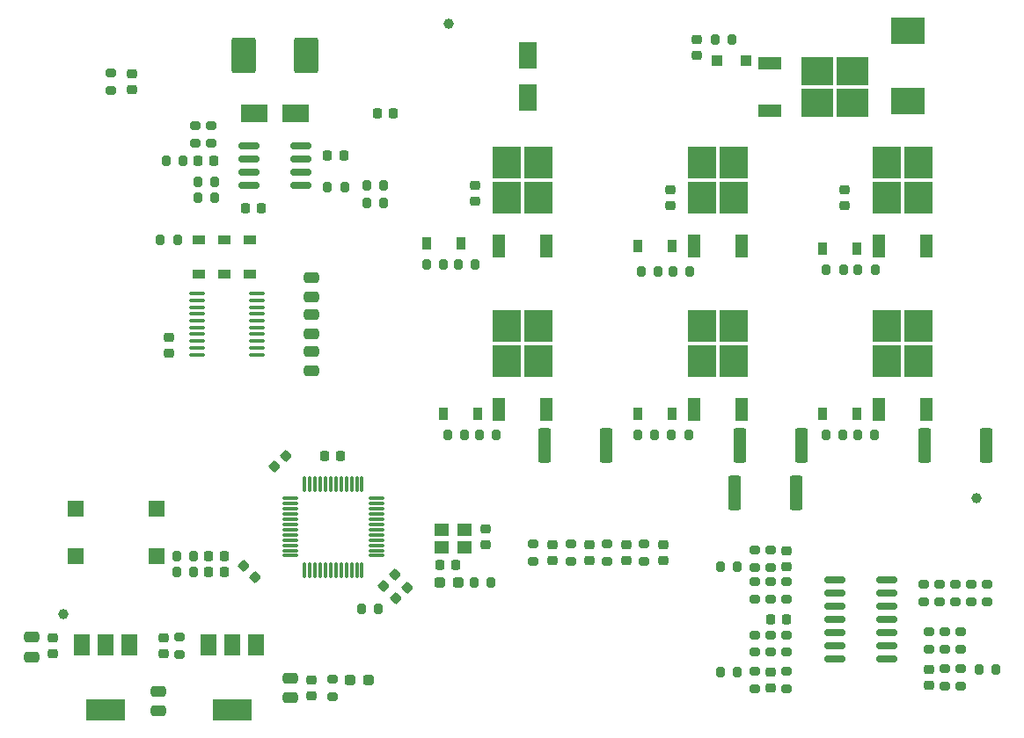
<source format=gbr>
%TF.GenerationSoftware,KiCad,Pcbnew,(6.0.4)*%
%TF.CreationDate,2023-07-08T23:20:56+08:00*%
%TF.ProjectId,STM32G431CBT6,53544d33-3247-4343-9331-434254362e6b,rev?*%
%TF.SameCoordinates,Original*%
%TF.FileFunction,Paste,Top*%
%TF.FilePolarity,Positive*%
%FSLAX46Y46*%
G04 Gerber Fmt 4.6, Leading zero omitted, Abs format (unit mm)*
G04 Created by KiCad (PCBNEW (6.0.4)) date 2023-07-08 23:20:56*
%MOMM*%
%LPD*%
G01*
G04 APERTURE LIST*
G04 Aperture macros list*
%AMRoundRect*
0 Rectangle with rounded corners*
0 $1 Rounding radius*
0 $2 $3 $4 $5 $6 $7 $8 $9 X,Y pos of 4 corners*
0 Add a 4 corners polygon primitive as box body*
4,1,4,$2,$3,$4,$5,$6,$7,$8,$9,$2,$3,0*
0 Add four circle primitives for the rounded corners*
1,1,$1+$1,$2,$3*
1,1,$1+$1,$4,$5*
1,1,$1+$1,$6,$7*
1,1,$1+$1,$8,$9*
0 Add four rect primitives between the rounded corners*
20,1,$1+$1,$2,$3,$4,$5,0*
20,1,$1+$1,$4,$5,$6,$7,0*
20,1,$1+$1,$6,$7,$8,$9,0*
20,1,$1+$1,$8,$9,$2,$3,0*%
G04 Aperture macros list end*
%ADD10C,1.000000*%
%ADD11RoundRect,0.225000X-0.250000X0.225000X-0.250000X-0.225000X0.250000X-0.225000X0.250000X0.225000X0*%
%ADD12RoundRect,0.200000X-0.275000X0.200000X-0.275000X-0.200000X0.275000X-0.200000X0.275000X0.200000X0*%
%ADD13R,0.900000X1.200000*%
%ADD14RoundRect,0.225000X0.250000X-0.225000X0.250000X0.225000X-0.250000X0.225000X-0.250000X-0.225000X0*%
%ADD15RoundRect,0.200000X0.200000X0.275000X-0.200000X0.275000X-0.200000X-0.275000X0.200000X-0.275000X0*%
%ADD16RoundRect,0.225000X-0.017678X0.335876X-0.335876X0.017678X0.017678X-0.335876X0.335876X-0.017678X0*%
%ADD17RoundRect,0.200000X-0.200000X-0.275000X0.200000X-0.275000X0.200000X0.275000X-0.200000X0.275000X0*%
%ADD18RoundRect,0.237500X-0.287500X-0.237500X0.287500X-0.237500X0.287500X0.237500X-0.287500X0.237500X0*%
%ADD19RoundRect,0.250000X-0.362500X-1.425000X0.362500X-1.425000X0.362500X1.425000X-0.362500X1.425000X0*%
%ADD20RoundRect,0.250000X-0.475000X0.250000X-0.475000X-0.250000X0.475000X-0.250000X0.475000X0.250000X0*%
%ADD21RoundRect,0.225000X0.225000X0.250000X-0.225000X0.250000X-0.225000X-0.250000X0.225000X-0.250000X0*%
%ADD22RoundRect,0.200000X0.275000X-0.200000X0.275000X0.200000X-0.275000X0.200000X-0.275000X-0.200000X0*%
%ADD23R,1.500000X1.500000*%
%ADD24RoundRect,0.150000X0.825000X0.150000X-0.825000X0.150000X-0.825000X-0.150000X0.825000X-0.150000X0*%
%ADD25RoundRect,0.225000X-0.225000X-0.250000X0.225000X-0.250000X0.225000X0.250000X-0.225000X0.250000X0*%
%ADD26R,2.750000X3.050000*%
%ADD27R,1.200000X2.200000*%
%ADD28RoundRect,0.100000X-0.637500X-0.100000X0.637500X-0.100000X0.637500X0.100000X-0.637500X0.100000X0*%
%ADD29RoundRect,0.237500X0.287500X0.237500X-0.287500X0.237500X-0.287500X-0.237500X0.287500X-0.237500X0*%
%ADD30R,1.200000X0.900000*%
%ADD31RoundRect,0.235000X0.940000X1.465000X-0.940000X1.465000X-0.940000X-1.465000X0.940000X-1.465000X0*%
%ADD32R,2.500000X1.800000*%
%ADD33RoundRect,0.075000X0.662500X0.075000X-0.662500X0.075000X-0.662500X-0.075000X0.662500X-0.075000X0*%
%ADD34RoundRect,0.075000X0.075000X0.662500X-0.075000X0.662500X-0.075000X-0.662500X0.075000X-0.662500X0*%
%ADD35R,3.050000X2.750000*%
%ADD36R,2.200000X1.200000*%
%ADD37RoundRect,0.150000X-0.825000X-0.150000X0.825000X-0.150000X0.825000X0.150000X-0.825000X0.150000X0*%
%ADD38RoundRect,0.250000X0.475000X-0.250000X0.475000X0.250000X-0.475000X0.250000X-0.475000X-0.250000X0*%
%ADD39R,1.500000X2.000000*%
%ADD40R,3.800000X2.000000*%
%ADD41RoundRect,0.225000X0.335876X0.017678X0.017678X0.335876X-0.335876X-0.017678X-0.017678X-0.335876X0*%
%ADD42R,1.800000X2.500000*%
%ADD43R,3.300000X2.500000*%
%ADD44R,1.100000X1.100000*%
%ADD45R,1.400000X1.200000*%
G04 APERTURE END LIST*
D10*
%TO.C,REF\u002A\u002A*%
X112776000Y-61976000D03*
%TD*%
%TO.C,REF\u002A\u002A*%
X163576000Y-107696000D03*
%TD*%
%TO.C,REF\u002A\u002A*%
X75692000Y-118872000D03*
%TD*%
D11*
%TO.C,C25*%
X134112000Y-77965000D03*
X134112000Y-79515000D03*
%TD*%
D12*
%TO.C,R40*%
X160528000Y-124143000D03*
X160528000Y-125793000D03*
%TD*%
D13*
%TO.C,D6*%
X110618000Y-83186000D03*
X113918000Y-83186000D03*
%TD*%
D14*
%TO.C,C10*%
X145288000Y-114300000D03*
X145288000Y-112750000D03*
%TD*%
D15*
%TO.C,R4*%
X105981000Y-118364000D03*
X104331000Y-118364000D03*
%TD*%
D13*
%TO.C,D8*%
X130938000Y-99568000D03*
X134238000Y-99568000D03*
%TD*%
D16*
%TO.C,C6*%
X107599513Y-115054284D03*
X106503497Y-116150300D03*
%TD*%
D12*
%TO.C,R52*%
X101600000Y-125159000D03*
X101600000Y-126809000D03*
%TD*%
D17*
%TO.C,R31*%
X113666000Y-85218000D03*
X115316000Y-85218000D03*
%TD*%
D18*
%TO.C,D1*%
X111901000Y-115824000D03*
X113651000Y-115824000D03*
%TD*%
D19*
%TO.C,R43*%
X140801500Y-102616000D03*
X146726500Y-102616000D03*
%TD*%
D20*
%TO.C,C40*%
X72644000Y-121093000D03*
X72644000Y-122993000D03*
%TD*%
D12*
%TO.C,R13*%
X161544000Y-116015000D03*
X161544000Y-117665000D03*
%TD*%
D21*
%TO.C,C7*%
X102375000Y-103632000D03*
X100825000Y-103632000D03*
%TD*%
D15*
%TO.C,R39*%
X132588000Y-101600000D03*
X130938000Y-101600000D03*
%TD*%
D19*
%TO.C,R44*%
X140293500Y-107188000D03*
X146218500Y-107188000D03*
%TD*%
D22*
%TO.C,R23*%
X145288000Y-122554000D03*
X145288000Y-120904000D03*
%TD*%
D11*
%TO.C,C24*%
X122707918Y-112192000D03*
X122707918Y-113742000D03*
%TD*%
D23*
%TO.C,key_1*%
X76872000Y-113284000D03*
X84672000Y-113284000D03*
%TD*%
D17*
%TO.C,R3*%
X115190000Y-115824000D03*
X116840000Y-115824000D03*
%TD*%
D15*
%TO.C,R51*%
X140017000Y-63500000D03*
X138367000Y-63500000D03*
%TD*%
%TO.C,R35*%
X165417000Y-124218000D03*
X163767000Y-124218000D03*
%TD*%
D17*
%TO.C,R53*%
X88583000Y-77216000D03*
X90233000Y-77216000D03*
%TD*%
D12*
%TO.C,R34*%
X160528000Y-120587000D03*
X160528000Y-122237000D03*
%TD*%
%TO.C,R58*%
X89916000Y-71819000D03*
X89916000Y-73469000D03*
%TD*%
D17*
%TO.C,R8*%
X138875000Y-114275000D03*
X140525000Y-114275000D03*
%TD*%
D16*
%TO.C,C8*%
X97068008Y-103591992D03*
X95971992Y-104688008D03*
%TD*%
D12*
%TO.C,R25*%
X143764000Y-120904000D03*
X143764000Y-122554000D03*
%TD*%
D14*
%TO.C,C42*%
X82296000Y-68339000D03*
X82296000Y-66789000D03*
%TD*%
D22*
%TO.C,R60*%
X80264000Y-68389000D03*
X80264000Y-66739000D03*
%TD*%
D11*
%TO.C,C4*%
X116332000Y-110653000D03*
X116332000Y-112203000D03*
%TD*%
D24*
%TO.C,U4*%
X98487000Y-77597000D03*
X98487000Y-76327000D03*
X98487000Y-75057000D03*
X98487000Y-73787000D03*
X93537000Y-73787000D03*
X93537000Y-75057000D03*
X93537000Y-76327000D03*
X93537000Y-77597000D03*
%TD*%
D25*
%TO.C,C34*%
X93205000Y-79756000D03*
X94755000Y-79756000D03*
%TD*%
D17*
%TO.C,R48*%
X152137294Y-85692962D03*
X153787294Y-85692962D03*
%TD*%
D14*
%TO.C,C18*%
X143764000Y-125985000D03*
X143764000Y-124435000D03*
%TD*%
D17*
%TO.C,R19*%
X85013000Y-82804000D03*
X86663000Y-82804000D03*
%TD*%
D12*
%TO.C,R14*%
X164592000Y-116015000D03*
X164592000Y-117665000D03*
%TD*%
D26*
%TO.C,Q3*%
X137160000Y-75390000D03*
X140210000Y-78740000D03*
X140210000Y-75390000D03*
X137160000Y-78740000D03*
D27*
X136405000Y-83365000D03*
X140965000Y-83365000D03*
%TD*%
D28*
%TO.C,U3*%
X88577500Y-88007000D03*
X88577500Y-88657000D03*
X88577500Y-89307000D03*
X88577500Y-89957000D03*
X88577500Y-90607000D03*
X88577500Y-91257000D03*
X88577500Y-91907000D03*
X88577500Y-92557000D03*
X88577500Y-93207000D03*
X88577500Y-93857000D03*
X94302500Y-93857000D03*
X94302500Y-93207000D03*
X94302500Y-92557000D03*
X94302500Y-91907000D03*
X94302500Y-91257000D03*
X94302500Y-90607000D03*
X94302500Y-89957000D03*
X94302500Y-89307000D03*
X94302500Y-88657000D03*
X94302500Y-88007000D03*
%TD*%
D22*
%TO.C,R18*%
X158496000Y-117665000D03*
X158496000Y-116015000D03*
%TD*%
D11*
%TO.C,C39*%
X74676000Y-121145000D03*
X74676000Y-122695000D03*
%TD*%
D29*
%TO.C,D14*%
X105015000Y-125234000D03*
X103265000Y-125234000D03*
%TD*%
D30*
%TO.C,D4*%
X88702000Y-86074000D03*
X88702000Y-82774000D03*
%TD*%
D16*
%TO.C,C5*%
X108752008Y-116291992D03*
X107655992Y-117388008D03*
%TD*%
D22*
%TO.C,R16*%
X128016000Y-113792000D03*
X128016000Y-112142000D03*
%TD*%
%TO.C,R45*%
X120904000Y-113792000D03*
X120904000Y-112142000D03*
%TD*%
D14*
%TO.C,C11*%
X129819922Y-113742000D03*
X129819922Y-112192000D03*
%TD*%
D11*
%TO.C,C35*%
X85344000Y-121145000D03*
X85344000Y-122695000D03*
%TD*%
D31*
%TO.C,L1*%
X99037000Y-65024000D03*
X92987000Y-65024000D03*
%TD*%
D32*
%TO.C,D15*%
X98012000Y-70612000D03*
X94012000Y-70612000D03*
%TD*%
D22*
%TO.C,R27*%
X124511836Y-113792000D03*
X124511836Y-112142000D03*
%TD*%
D33*
%TO.C,U1*%
X105818500Y-113240000D03*
X105818500Y-112740000D03*
X105818500Y-112240000D03*
X105818500Y-111740000D03*
X105818500Y-111240000D03*
X105818500Y-110740000D03*
X105818500Y-110240000D03*
X105818500Y-109740000D03*
X105818500Y-109240000D03*
X105818500Y-108740000D03*
X105818500Y-108240000D03*
X105818500Y-107740000D03*
D34*
X104406000Y-106327500D03*
X103906000Y-106327500D03*
X103406000Y-106327500D03*
X102906000Y-106327500D03*
X102406000Y-106327500D03*
X101906000Y-106327500D03*
X101406000Y-106327500D03*
X100906000Y-106327500D03*
X100406000Y-106327500D03*
X99906000Y-106327500D03*
X99406000Y-106327500D03*
X98906000Y-106327500D03*
D33*
X97493500Y-107740000D03*
X97493500Y-108240000D03*
X97493500Y-108740000D03*
X97493500Y-109240000D03*
X97493500Y-109740000D03*
X97493500Y-110240000D03*
X97493500Y-110740000D03*
X97493500Y-111240000D03*
X97493500Y-111740000D03*
X97493500Y-112240000D03*
X97493500Y-112740000D03*
X97493500Y-113240000D03*
D34*
X98906000Y-114652500D03*
X99406000Y-114652500D03*
X99906000Y-114652500D03*
X100406000Y-114652500D03*
X100906000Y-114652500D03*
X101406000Y-114652500D03*
X101906000Y-114652500D03*
X102406000Y-114652500D03*
X102906000Y-114652500D03*
X103406000Y-114652500D03*
X103906000Y-114652500D03*
X104406000Y-114652500D03*
%TD*%
D19*
%TO.C,R50*%
X158581500Y-102616000D03*
X164506500Y-102616000D03*
%TD*%
D35*
%TO.C,Q7*%
X148253000Y-69597000D03*
X148253000Y-66547000D03*
X151603000Y-66547000D03*
X151603000Y-69597000D03*
D36*
X143628000Y-65792000D03*
X143628000Y-70352000D03*
%TD*%
D15*
%TO.C,R55*%
X87185000Y-75184000D03*
X85535000Y-75184000D03*
%TD*%
D17*
%TO.C,R56*%
X101092000Y-77724000D03*
X102742000Y-77724000D03*
%TD*%
D15*
%TO.C,R28*%
X114300000Y-101600000D03*
X112650000Y-101600000D03*
%TD*%
D25*
%TO.C,C1*%
X89649000Y-114808000D03*
X91199000Y-114808000D03*
%TD*%
D17*
%TO.C,R41*%
X134303000Y-85852000D03*
X135953000Y-85852000D03*
%TD*%
D12*
%TO.C,R57*%
X86868000Y-121095000D03*
X86868000Y-122745000D03*
%TD*%
D22*
%TO.C,R24*%
X145288000Y-126035000D03*
X145288000Y-124385000D03*
%TD*%
D17*
%TO.C,R42*%
X134177000Y-101600000D03*
X135827000Y-101600000D03*
%TD*%
D15*
%TO.C,R46*%
X150739294Y-85692962D03*
X149089294Y-85692962D03*
%TD*%
D19*
%TO.C,R32*%
X122005500Y-102616000D03*
X127930500Y-102616000D03*
%TD*%
D21*
%TO.C,C31*%
X107455000Y-70612000D03*
X105905000Y-70612000D03*
%TD*%
D26*
%TO.C,Q1*%
X121414000Y-78740000D03*
X118364000Y-78740000D03*
X118364000Y-75390000D03*
X121414000Y-75390000D03*
D27*
X117609000Y-83365000D03*
X122169000Y-83365000D03*
%TD*%
D14*
%TO.C,C15*%
X133375918Y-113742000D03*
X133375918Y-112192000D03*
%TD*%
D22*
%TO.C,R12*%
X143764000Y-114350000D03*
X143764000Y-112700000D03*
%TD*%
D11*
%TO.C,C20*%
X115316000Y-77572000D03*
X115316000Y-79122000D03*
%TD*%
D17*
%TO.C,R1*%
X86551000Y-114808000D03*
X88201000Y-114808000D03*
%TD*%
D37*
%TO.C,U2*%
X149925000Y-115570000D03*
X149925000Y-116840000D03*
X149925000Y-118110000D03*
X149925000Y-119380000D03*
X149925000Y-120650000D03*
X149925000Y-121920000D03*
X149925000Y-123190000D03*
X154875000Y-123190000D03*
X154875000Y-121920000D03*
X154875000Y-120650000D03*
X154875000Y-119380000D03*
X154875000Y-118110000D03*
X154875000Y-116840000D03*
X154875000Y-115570000D03*
%TD*%
D12*
%TO.C,R11*%
X143764000Y-115748000D03*
X143764000Y-117398000D03*
%TD*%
D21*
%TO.C,C37*%
X90183000Y-75184000D03*
X88633000Y-75184000D03*
%TD*%
D15*
%TO.C,R54*%
X90233000Y-78740000D03*
X88583000Y-78740000D03*
%TD*%
%TO.C,R5*%
X106489000Y-77597000D03*
X104839000Y-77597000D03*
%TD*%
%TO.C,R38*%
X132905000Y-85852000D03*
X131255000Y-85852000D03*
%TD*%
D22*
%TO.C,R9*%
X145288000Y-117398000D03*
X145288000Y-115748000D03*
%TD*%
D12*
%TO.C,R33*%
X159004000Y-120587000D03*
X159004000Y-122237000D03*
%TD*%
D26*
%TO.C,Q4*%
X140210000Y-91138000D03*
X137160000Y-91138000D03*
X137160000Y-94488000D03*
X140210000Y-94488000D03*
D27*
X136405000Y-99113000D03*
X140965000Y-99113000D03*
%TD*%
D25*
%TO.C,C12*%
X143738000Y-119380000D03*
X145288000Y-119380000D03*
%TD*%
D13*
%TO.C,D5*%
X112268000Y-99568000D03*
X115568000Y-99568000D03*
%TD*%
D22*
%TO.C,R59*%
X88392000Y-73469000D03*
X88392000Y-71819000D03*
%TD*%
D13*
%TO.C,D10*%
X148718000Y-99568000D03*
X152018000Y-99568000D03*
%TD*%
D26*
%TO.C,Q6*%
X154940000Y-91138000D03*
X154940000Y-94488000D03*
X157990000Y-94488000D03*
X157990000Y-91138000D03*
D27*
X154185000Y-99113000D03*
X158745000Y-99113000D03*
%TD*%
D14*
%TO.C,C16*%
X85852000Y-93739000D03*
X85852000Y-92189000D03*
%TD*%
D30*
%TO.C,D3*%
X91178500Y-86074000D03*
X91178500Y-82774000D03*
%TD*%
D12*
%TO.C,R15*%
X160020000Y-116015000D03*
X160020000Y-117665000D03*
%TD*%
D26*
%TO.C,Q5*%
X157990000Y-75390000D03*
X154940000Y-78740000D03*
X157990000Y-78740000D03*
X154940000Y-75390000D03*
D27*
X154185000Y-83365000D03*
X158745000Y-83365000D03*
%TD*%
D15*
%TO.C,R47*%
X150685000Y-101600000D03*
X149035000Y-101600000D03*
%TD*%
D22*
%TO.C,R7*%
X142240000Y-117398000D03*
X142240000Y-115748000D03*
%TD*%
D15*
%TO.C,R29*%
X112268000Y-85218000D03*
X110618000Y-85218000D03*
%TD*%
D22*
%TO.C,R36*%
X162052000Y-125793000D03*
X162052000Y-124143000D03*
%TD*%
D13*
%TO.C,D7*%
X130953326Y-83434109D03*
X134253326Y-83434109D03*
%TD*%
D11*
%TO.C,C19*%
X126315754Y-112192000D03*
X126315754Y-113742000D03*
%TD*%
D30*
%TO.C,D2*%
X93655000Y-86074000D03*
X93655000Y-82774000D03*
%TD*%
D26*
%TO.C,Q2*%
X118364000Y-91138000D03*
X118364000Y-94488000D03*
X121414000Y-91138000D03*
X121414000Y-94488000D03*
D27*
X117609000Y-99113000D03*
X122169000Y-99113000D03*
%TD*%
D22*
%TO.C,R17*%
X163068000Y-117665000D03*
X163068000Y-116015000D03*
%TD*%
D38*
%TO.C,C13*%
X99568000Y-88326000D03*
X99568000Y-86426000D03*
%TD*%
D17*
%TO.C,R6*%
X104839000Y-79248000D03*
X106489000Y-79248000D03*
%TD*%
D39*
%TO.C,U5*%
X94248000Y-121818000D03*
D40*
X91948000Y-128118000D03*
D39*
X91948000Y-121818000D03*
X89648000Y-121818000D03*
%TD*%
D17*
%TO.C,R2*%
X86551000Y-113284000D03*
X88201000Y-113284000D03*
%TD*%
D21*
%TO.C,C38*%
X102642000Y-74676000D03*
X101092000Y-74676000D03*
%TD*%
D25*
%TO.C,C3*%
X111917000Y-114134000D03*
X113467000Y-114134000D03*
%TD*%
D22*
%TO.C,R22*%
X142240000Y-122554000D03*
X142240000Y-120904000D03*
%TD*%
D38*
%TO.C,C33*%
X97536000Y-126934000D03*
X97536000Y-125034000D03*
%TD*%
D25*
%TO.C,C2*%
X89649000Y-113284000D03*
X91199000Y-113284000D03*
%TD*%
D38*
%TO.C,C14*%
X99568000Y-91882000D03*
X99568000Y-89982000D03*
%TD*%
D41*
%TO.C,C9*%
X94138135Y-115294696D03*
X93042119Y-114198680D03*
%TD*%
D23*
%TO.C,reset1*%
X76872000Y-108712000D03*
X84672000Y-108712000D03*
%TD*%
D13*
%TO.C,D9*%
X148772294Y-83660962D03*
X152072294Y-83660962D03*
%TD*%
D38*
%TO.C,C17*%
X99568000Y-95438000D03*
X99568000Y-93538000D03*
%TD*%
D42*
%TO.C,D13*%
X120396000Y-69056000D03*
X120396000Y-65056000D03*
%TD*%
D11*
%TO.C,C27*%
X150876000Y-77965000D03*
X150876000Y-79515000D03*
%TD*%
%TO.C,C28*%
X136652000Y-63475000D03*
X136652000Y-65025000D03*
%TD*%
D14*
%TO.C,C32*%
X99568000Y-126759000D03*
X99568000Y-125209000D03*
%TD*%
D12*
%TO.C,R10*%
X142240000Y-112700000D03*
X142240000Y-114350000D03*
%TD*%
D38*
%TO.C,C36*%
X84836000Y-128191000D03*
X84836000Y-126291000D03*
%TD*%
D17*
%TO.C,R49*%
X152083000Y-101600000D03*
X153733000Y-101600000D03*
%TD*%
D12*
%TO.C,R26*%
X142240000Y-124385000D03*
X142240000Y-126035000D03*
%TD*%
D22*
%TO.C,R37*%
X162052000Y-122237000D03*
X162052000Y-120587000D03*
%TD*%
D17*
%TO.C,R30*%
X115698000Y-101600000D03*
X117348000Y-101600000D03*
%TD*%
D43*
%TO.C,D11*%
X156972000Y-62640000D03*
X156972000Y-69440000D03*
%TD*%
D39*
%TO.C,U6*%
X82056000Y-121818000D03*
D40*
X79756000Y-128118000D03*
D39*
X79756000Y-121818000D03*
X77456000Y-121818000D03*
%TD*%
D14*
%TO.C,C22*%
X159004000Y-125743000D03*
X159004000Y-124193000D03*
%TD*%
D17*
%TO.C,R21*%
X138875000Y-124460000D03*
X140525000Y-124460000D03*
%TD*%
D44*
%TO.C,D12*%
X138547000Y-65532000D03*
X141347000Y-65532000D03*
%TD*%
D22*
%TO.C,R20*%
X131572000Y-113792000D03*
X131572000Y-112142000D03*
%TD*%
D45*
%TO.C,Y1*%
X114300000Y-110744000D03*
X112100000Y-110744000D03*
X112100000Y-112444000D03*
X114300000Y-112444000D03*
%TD*%
M02*

</source>
